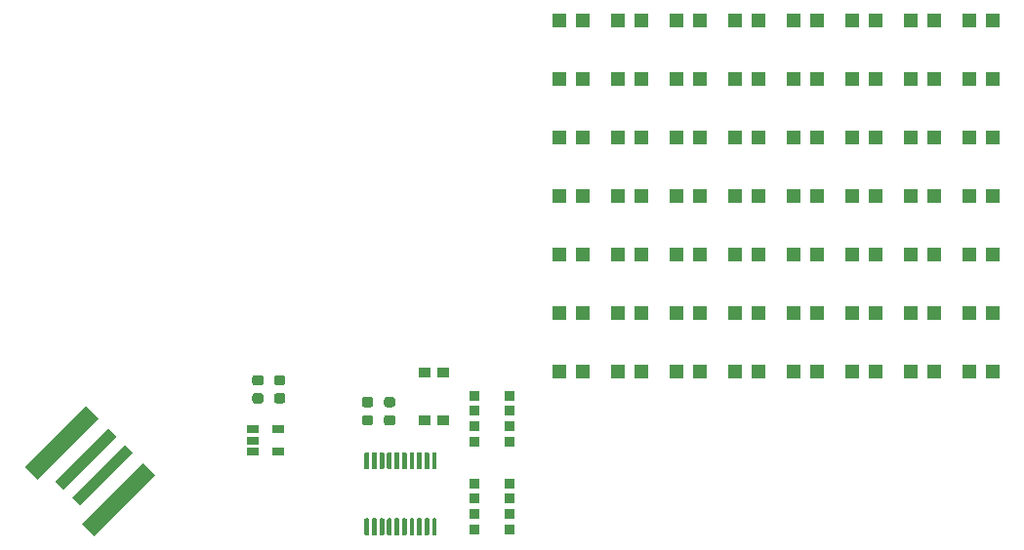
<source format=gbr>
G04 #@! TF.GenerationSoftware,KiCad,Pcbnew,(5.1.5-0-10_14)*
G04 #@! TF.CreationDate,2020-05-08T01:23:42-06:00*
G04 #@! TF.ProjectId,business_card_v1,62757369-6e65-4737-935f-636172645f76,rev?*
G04 #@! TF.SameCoordinates,Original*
G04 #@! TF.FileFunction,Paste,Top*
G04 #@! TF.FilePolarity,Positive*
%FSLAX46Y46*%
G04 Gerber Fmt 4.6, Leading zero omitted, Abs format (unit mm)*
G04 Created by KiCad (PCBNEW (5.1.5-0-10_14)) date 2020-05-08 01:23:42*
%MOMM*%
%LPD*%
G04 APERTURE LIST*
%ADD10C,0.100000*%
%ADD11R,1.000000X0.900000*%
%ADD12R,0.900000X0.900000*%
%ADD13R,1.060000X0.650000*%
%ADD14R,1.200000X1.200000*%
G04 APERTURE END LIST*
D10*
G36*
X107230665Y-123390829D02*
G01*
X106170004Y-122330168D01*
X111473305Y-117026867D01*
X112533966Y-118087528D01*
X107230665Y-123390829D01*
G37*
G36*
X109528761Y-124274711D02*
G01*
X108821655Y-123567605D01*
X113417849Y-118971411D01*
X114124955Y-119678517D01*
X109528761Y-124274711D01*
G37*
G36*
X110942975Y-125688925D02*
G01*
X110235869Y-124981819D01*
X114832063Y-120385625D01*
X115539169Y-121092731D01*
X110942975Y-125688925D01*
G37*
G36*
X112180412Y-128340576D02*
G01*
X111119751Y-127279915D01*
X116423052Y-121976614D01*
X117483713Y-123037275D01*
X112180412Y-128340576D01*
G37*
D11*
X142405000Y-114155000D03*
X140805000Y-114155000D03*
X142405000Y-118255000D03*
X140805000Y-118255000D03*
D10*
G36*
X136167691Y-116251053D02*
G01*
X136188926Y-116254203D01*
X136209750Y-116259419D01*
X136229962Y-116266651D01*
X136249368Y-116275830D01*
X136267781Y-116286866D01*
X136285024Y-116299654D01*
X136300930Y-116314070D01*
X136315346Y-116329976D01*
X136328134Y-116347219D01*
X136339170Y-116365632D01*
X136348349Y-116385038D01*
X136355581Y-116405250D01*
X136360797Y-116426074D01*
X136363947Y-116447309D01*
X136365000Y-116468750D01*
X136365000Y-116906250D01*
X136363947Y-116927691D01*
X136360797Y-116948926D01*
X136355581Y-116969750D01*
X136348349Y-116989962D01*
X136339170Y-117009368D01*
X136328134Y-117027781D01*
X136315346Y-117045024D01*
X136300930Y-117060930D01*
X136285024Y-117075346D01*
X136267781Y-117088134D01*
X136249368Y-117099170D01*
X136229962Y-117108349D01*
X136209750Y-117115581D01*
X136188926Y-117120797D01*
X136167691Y-117123947D01*
X136146250Y-117125000D01*
X135633750Y-117125000D01*
X135612309Y-117123947D01*
X135591074Y-117120797D01*
X135570250Y-117115581D01*
X135550038Y-117108349D01*
X135530632Y-117099170D01*
X135512219Y-117088134D01*
X135494976Y-117075346D01*
X135479070Y-117060930D01*
X135464654Y-117045024D01*
X135451866Y-117027781D01*
X135440830Y-117009368D01*
X135431651Y-116989962D01*
X135424419Y-116969750D01*
X135419203Y-116948926D01*
X135416053Y-116927691D01*
X135415000Y-116906250D01*
X135415000Y-116468750D01*
X135416053Y-116447309D01*
X135419203Y-116426074D01*
X135424419Y-116405250D01*
X135431651Y-116385038D01*
X135440830Y-116365632D01*
X135451866Y-116347219D01*
X135464654Y-116329976D01*
X135479070Y-116314070D01*
X135494976Y-116299654D01*
X135512219Y-116286866D01*
X135530632Y-116275830D01*
X135550038Y-116266651D01*
X135570250Y-116259419D01*
X135591074Y-116254203D01*
X135612309Y-116251053D01*
X135633750Y-116250000D01*
X136146250Y-116250000D01*
X136167691Y-116251053D01*
G37*
G36*
X136167691Y-117826053D02*
G01*
X136188926Y-117829203D01*
X136209750Y-117834419D01*
X136229962Y-117841651D01*
X136249368Y-117850830D01*
X136267781Y-117861866D01*
X136285024Y-117874654D01*
X136300930Y-117889070D01*
X136315346Y-117904976D01*
X136328134Y-117922219D01*
X136339170Y-117940632D01*
X136348349Y-117960038D01*
X136355581Y-117980250D01*
X136360797Y-118001074D01*
X136363947Y-118022309D01*
X136365000Y-118043750D01*
X136365000Y-118481250D01*
X136363947Y-118502691D01*
X136360797Y-118523926D01*
X136355581Y-118544750D01*
X136348349Y-118564962D01*
X136339170Y-118584368D01*
X136328134Y-118602781D01*
X136315346Y-118620024D01*
X136300930Y-118635930D01*
X136285024Y-118650346D01*
X136267781Y-118663134D01*
X136249368Y-118674170D01*
X136229962Y-118683349D01*
X136209750Y-118690581D01*
X136188926Y-118695797D01*
X136167691Y-118698947D01*
X136146250Y-118700000D01*
X135633750Y-118700000D01*
X135612309Y-118698947D01*
X135591074Y-118695797D01*
X135570250Y-118690581D01*
X135550038Y-118683349D01*
X135530632Y-118674170D01*
X135512219Y-118663134D01*
X135494976Y-118650346D01*
X135479070Y-118635930D01*
X135464654Y-118620024D01*
X135451866Y-118602781D01*
X135440830Y-118584368D01*
X135431651Y-118564962D01*
X135424419Y-118544750D01*
X135419203Y-118523926D01*
X135416053Y-118502691D01*
X135415000Y-118481250D01*
X135415000Y-118043750D01*
X135416053Y-118022309D01*
X135419203Y-118001074D01*
X135424419Y-117980250D01*
X135431651Y-117960038D01*
X135440830Y-117940632D01*
X135451866Y-117922219D01*
X135464654Y-117904976D01*
X135479070Y-117889070D01*
X135494976Y-117874654D01*
X135512219Y-117861866D01*
X135530632Y-117850830D01*
X135550038Y-117841651D01*
X135570250Y-117834419D01*
X135591074Y-117829203D01*
X135612309Y-117826053D01*
X135633750Y-117825000D01*
X136146250Y-117825000D01*
X136167691Y-117826053D01*
G37*
D12*
X148185000Y-126390000D03*
X148185000Y-127730000D03*
X148185000Y-123730000D03*
X148185000Y-125070000D03*
X145185000Y-126390000D03*
X145185000Y-125070000D03*
X145185000Y-127730000D03*
X145185000Y-123730000D03*
X148185000Y-118770000D03*
X148185000Y-120110000D03*
X148185000Y-116110000D03*
X148185000Y-117450000D03*
X145185000Y-118770000D03*
X145185000Y-117450000D03*
X145185000Y-120110000D03*
X145185000Y-116110000D03*
D10*
G36*
X138072691Y-116251053D02*
G01*
X138093926Y-116254203D01*
X138114750Y-116259419D01*
X138134962Y-116266651D01*
X138154368Y-116275830D01*
X138172781Y-116286866D01*
X138190024Y-116299654D01*
X138205930Y-116314070D01*
X138220346Y-116329976D01*
X138233134Y-116347219D01*
X138244170Y-116365632D01*
X138253349Y-116385038D01*
X138260581Y-116405250D01*
X138265797Y-116426074D01*
X138268947Y-116447309D01*
X138270000Y-116468750D01*
X138270000Y-116906250D01*
X138268947Y-116927691D01*
X138265797Y-116948926D01*
X138260581Y-116969750D01*
X138253349Y-116989962D01*
X138244170Y-117009368D01*
X138233134Y-117027781D01*
X138220346Y-117045024D01*
X138205930Y-117060930D01*
X138190024Y-117075346D01*
X138172781Y-117088134D01*
X138154368Y-117099170D01*
X138134962Y-117108349D01*
X138114750Y-117115581D01*
X138093926Y-117120797D01*
X138072691Y-117123947D01*
X138051250Y-117125000D01*
X137538750Y-117125000D01*
X137517309Y-117123947D01*
X137496074Y-117120797D01*
X137475250Y-117115581D01*
X137455038Y-117108349D01*
X137435632Y-117099170D01*
X137417219Y-117088134D01*
X137399976Y-117075346D01*
X137384070Y-117060930D01*
X137369654Y-117045024D01*
X137356866Y-117027781D01*
X137345830Y-117009368D01*
X137336651Y-116989962D01*
X137329419Y-116969750D01*
X137324203Y-116948926D01*
X137321053Y-116927691D01*
X137320000Y-116906250D01*
X137320000Y-116468750D01*
X137321053Y-116447309D01*
X137324203Y-116426074D01*
X137329419Y-116405250D01*
X137336651Y-116385038D01*
X137345830Y-116365632D01*
X137356866Y-116347219D01*
X137369654Y-116329976D01*
X137384070Y-116314070D01*
X137399976Y-116299654D01*
X137417219Y-116286866D01*
X137435632Y-116275830D01*
X137455038Y-116266651D01*
X137475250Y-116259419D01*
X137496074Y-116254203D01*
X137517309Y-116251053D01*
X137538750Y-116250000D01*
X138051250Y-116250000D01*
X138072691Y-116251053D01*
G37*
G36*
X138072691Y-117826053D02*
G01*
X138093926Y-117829203D01*
X138114750Y-117834419D01*
X138134962Y-117841651D01*
X138154368Y-117850830D01*
X138172781Y-117861866D01*
X138190024Y-117874654D01*
X138205930Y-117889070D01*
X138220346Y-117904976D01*
X138233134Y-117922219D01*
X138244170Y-117940632D01*
X138253349Y-117960038D01*
X138260581Y-117980250D01*
X138265797Y-118001074D01*
X138268947Y-118022309D01*
X138270000Y-118043750D01*
X138270000Y-118481250D01*
X138268947Y-118502691D01*
X138265797Y-118523926D01*
X138260581Y-118544750D01*
X138253349Y-118564962D01*
X138244170Y-118584368D01*
X138233134Y-118602781D01*
X138220346Y-118620024D01*
X138205930Y-118635930D01*
X138190024Y-118650346D01*
X138172781Y-118663134D01*
X138154368Y-118674170D01*
X138134962Y-118683349D01*
X138114750Y-118690581D01*
X138093926Y-118695797D01*
X138072691Y-118698947D01*
X138051250Y-118700000D01*
X137538750Y-118700000D01*
X137517309Y-118698947D01*
X137496074Y-118695797D01*
X137475250Y-118690581D01*
X137455038Y-118683349D01*
X137435632Y-118674170D01*
X137417219Y-118663134D01*
X137399976Y-118650346D01*
X137384070Y-118635930D01*
X137369654Y-118620024D01*
X137356866Y-118602781D01*
X137345830Y-118584368D01*
X137336651Y-118564962D01*
X137329419Y-118544750D01*
X137324203Y-118523926D01*
X137321053Y-118502691D01*
X137320000Y-118481250D01*
X137320000Y-118043750D01*
X137321053Y-118022309D01*
X137324203Y-118001074D01*
X137329419Y-117980250D01*
X137336651Y-117960038D01*
X137345830Y-117940632D01*
X137356866Y-117922219D01*
X137369654Y-117904976D01*
X137384070Y-117889070D01*
X137399976Y-117874654D01*
X137417219Y-117861866D01*
X137435632Y-117850830D01*
X137455038Y-117841651D01*
X137475250Y-117834419D01*
X137496074Y-117829203D01*
X137517309Y-117826053D01*
X137538750Y-117825000D01*
X138051250Y-117825000D01*
X138072691Y-117826053D01*
G37*
G36*
X128547691Y-114346053D02*
G01*
X128568926Y-114349203D01*
X128589750Y-114354419D01*
X128609962Y-114361651D01*
X128629368Y-114370830D01*
X128647781Y-114381866D01*
X128665024Y-114394654D01*
X128680930Y-114409070D01*
X128695346Y-114424976D01*
X128708134Y-114442219D01*
X128719170Y-114460632D01*
X128728349Y-114480038D01*
X128735581Y-114500250D01*
X128740797Y-114521074D01*
X128743947Y-114542309D01*
X128745000Y-114563750D01*
X128745000Y-115001250D01*
X128743947Y-115022691D01*
X128740797Y-115043926D01*
X128735581Y-115064750D01*
X128728349Y-115084962D01*
X128719170Y-115104368D01*
X128708134Y-115122781D01*
X128695346Y-115140024D01*
X128680930Y-115155930D01*
X128665024Y-115170346D01*
X128647781Y-115183134D01*
X128629368Y-115194170D01*
X128609962Y-115203349D01*
X128589750Y-115210581D01*
X128568926Y-115215797D01*
X128547691Y-115218947D01*
X128526250Y-115220000D01*
X128013750Y-115220000D01*
X127992309Y-115218947D01*
X127971074Y-115215797D01*
X127950250Y-115210581D01*
X127930038Y-115203349D01*
X127910632Y-115194170D01*
X127892219Y-115183134D01*
X127874976Y-115170346D01*
X127859070Y-115155930D01*
X127844654Y-115140024D01*
X127831866Y-115122781D01*
X127820830Y-115104368D01*
X127811651Y-115084962D01*
X127804419Y-115064750D01*
X127799203Y-115043926D01*
X127796053Y-115022691D01*
X127795000Y-115001250D01*
X127795000Y-114563750D01*
X127796053Y-114542309D01*
X127799203Y-114521074D01*
X127804419Y-114500250D01*
X127811651Y-114480038D01*
X127820830Y-114460632D01*
X127831866Y-114442219D01*
X127844654Y-114424976D01*
X127859070Y-114409070D01*
X127874976Y-114394654D01*
X127892219Y-114381866D01*
X127910632Y-114370830D01*
X127930038Y-114361651D01*
X127950250Y-114354419D01*
X127971074Y-114349203D01*
X127992309Y-114346053D01*
X128013750Y-114345000D01*
X128526250Y-114345000D01*
X128547691Y-114346053D01*
G37*
G36*
X128547691Y-115921053D02*
G01*
X128568926Y-115924203D01*
X128589750Y-115929419D01*
X128609962Y-115936651D01*
X128629368Y-115945830D01*
X128647781Y-115956866D01*
X128665024Y-115969654D01*
X128680930Y-115984070D01*
X128695346Y-115999976D01*
X128708134Y-116017219D01*
X128719170Y-116035632D01*
X128728349Y-116055038D01*
X128735581Y-116075250D01*
X128740797Y-116096074D01*
X128743947Y-116117309D01*
X128745000Y-116138750D01*
X128745000Y-116576250D01*
X128743947Y-116597691D01*
X128740797Y-116618926D01*
X128735581Y-116639750D01*
X128728349Y-116659962D01*
X128719170Y-116679368D01*
X128708134Y-116697781D01*
X128695346Y-116715024D01*
X128680930Y-116730930D01*
X128665024Y-116745346D01*
X128647781Y-116758134D01*
X128629368Y-116769170D01*
X128609962Y-116778349D01*
X128589750Y-116785581D01*
X128568926Y-116790797D01*
X128547691Y-116793947D01*
X128526250Y-116795000D01*
X128013750Y-116795000D01*
X127992309Y-116793947D01*
X127971074Y-116790797D01*
X127950250Y-116785581D01*
X127930038Y-116778349D01*
X127910632Y-116769170D01*
X127892219Y-116758134D01*
X127874976Y-116745346D01*
X127859070Y-116730930D01*
X127844654Y-116715024D01*
X127831866Y-116697781D01*
X127820830Y-116679368D01*
X127811651Y-116659962D01*
X127804419Y-116639750D01*
X127799203Y-116618926D01*
X127796053Y-116597691D01*
X127795000Y-116576250D01*
X127795000Y-116138750D01*
X127796053Y-116117309D01*
X127799203Y-116096074D01*
X127804419Y-116075250D01*
X127811651Y-116055038D01*
X127820830Y-116035632D01*
X127831866Y-116017219D01*
X127844654Y-115999976D01*
X127859070Y-115984070D01*
X127874976Y-115969654D01*
X127892219Y-115956866D01*
X127910632Y-115945830D01*
X127930038Y-115936651D01*
X127950250Y-115929419D01*
X127971074Y-115924203D01*
X127992309Y-115921053D01*
X128013750Y-115920000D01*
X128526250Y-115920000D01*
X128547691Y-115921053D01*
G37*
G36*
X126642691Y-115921053D02*
G01*
X126663926Y-115924203D01*
X126684750Y-115929419D01*
X126704962Y-115936651D01*
X126724368Y-115945830D01*
X126742781Y-115956866D01*
X126760024Y-115969654D01*
X126775930Y-115984070D01*
X126790346Y-115999976D01*
X126803134Y-116017219D01*
X126814170Y-116035632D01*
X126823349Y-116055038D01*
X126830581Y-116075250D01*
X126835797Y-116096074D01*
X126838947Y-116117309D01*
X126840000Y-116138750D01*
X126840000Y-116576250D01*
X126838947Y-116597691D01*
X126835797Y-116618926D01*
X126830581Y-116639750D01*
X126823349Y-116659962D01*
X126814170Y-116679368D01*
X126803134Y-116697781D01*
X126790346Y-116715024D01*
X126775930Y-116730930D01*
X126760024Y-116745346D01*
X126742781Y-116758134D01*
X126724368Y-116769170D01*
X126704962Y-116778349D01*
X126684750Y-116785581D01*
X126663926Y-116790797D01*
X126642691Y-116793947D01*
X126621250Y-116795000D01*
X126108750Y-116795000D01*
X126087309Y-116793947D01*
X126066074Y-116790797D01*
X126045250Y-116785581D01*
X126025038Y-116778349D01*
X126005632Y-116769170D01*
X125987219Y-116758134D01*
X125969976Y-116745346D01*
X125954070Y-116730930D01*
X125939654Y-116715024D01*
X125926866Y-116697781D01*
X125915830Y-116679368D01*
X125906651Y-116659962D01*
X125899419Y-116639750D01*
X125894203Y-116618926D01*
X125891053Y-116597691D01*
X125890000Y-116576250D01*
X125890000Y-116138750D01*
X125891053Y-116117309D01*
X125894203Y-116096074D01*
X125899419Y-116075250D01*
X125906651Y-116055038D01*
X125915830Y-116035632D01*
X125926866Y-116017219D01*
X125939654Y-115999976D01*
X125954070Y-115984070D01*
X125969976Y-115969654D01*
X125987219Y-115956866D01*
X126005632Y-115945830D01*
X126025038Y-115936651D01*
X126045250Y-115929419D01*
X126066074Y-115924203D01*
X126087309Y-115921053D01*
X126108750Y-115920000D01*
X126621250Y-115920000D01*
X126642691Y-115921053D01*
G37*
G36*
X126642691Y-114346053D02*
G01*
X126663926Y-114349203D01*
X126684750Y-114354419D01*
X126704962Y-114361651D01*
X126724368Y-114370830D01*
X126742781Y-114381866D01*
X126760024Y-114394654D01*
X126775930Y-114409070D01*
X126790346Y-114424976D01*
X126803134Y-114442219D01*
X126814170Y-114460632D01*
X126823349Y-114480038D01*
X126830581Y-114500250D01*
X126835797Y-114521074D01*
X126838947Y-114542309D01*
X126840000Y-114563750D01*
X126840000Y-115001250D01*
X126838947Y-115022691D01*
X126835797Y-115043926D01*
X126830581Y-115064750D01*
X126823349Y-115084962D01*
X126814170Y-115104368D01*
X126803134Y-115122781D01*
X126790346Y-115140024D01*
X126775930Y-115155930D01*
X126760024Y-115170346D01*
X126742781Y-115183134D01*
X126724368Y-115194170D01*
X126704962Y-115203349D01*
X126684750Y-115210581D01*
X126663926Y-115215797D01*
X126642691Y-115218947D01*
X126621250Y-115220000D01*
X126108750Y-115220000D01*
X126087309Y-115218947D01*
X126066074Y-115215797D01*
X126045250Y-115210581D01*
X126025038Y-115203349D01*
X126005632Y-115194170D01*
X125987219Y-115183134D01*
X125969976Y-115170346D01*
X125954070Y-115155930D01*
X125939654Y-115140024D01*
X125926866Y-115122781D01*
X125915830Y-115104368D01*
X125906651Y-115084962D01*
X125899419Y-115064750D01*
X125894203Y-115043926D01*
X125891053Y-115022691D01*
X125890000Y-115001250D01*
X125890000Y-114563750D01*
X125891053Y-114542309D01*
X125894203Y-114521074D01*
X125899419Y-114500250D01*
X125906651Y-114480038D01*
X125915830Y-114460632D01*
X125926866Y-114442219D01*
X125939654Y-114424976D01*
X125954070Y-114409070D01*
X125969976Y-114394654D01*
X125987219Y-114381866D01*
X126005632Y-114370830D01*
X126025038Y-114361651D01*
X126045250Y-114354419D01*
X126066074Y-114349203D01*
X126087309Y-114346053D01*
X126108750Y-114345000D01*
X126621250Y-114345000D01*
X126642691Y-114346053D01*
G37*
G36*
X141782302Y-126775982D02*
G01*
X141792009Y-126777421D01*
X141801528Y-126779806D01*
X141810768Y-126783112D01*
X141819640Y-126787308D01*
X141828057Y-126792353D01*
X141835939Y-126798199D01*
X141843211Y-126804789D01*
X141849801Y-126812061D01*
X141855647Y-126819943D01*
X141860692Y-126828360D01*
X141864888Y-126837232D01*
X141868194Y-126846472D01*
X141870579Y-126855991D01*
X141872018Y-126865698D01*
X141872500Y-126875500D01*
X141872500Y-128150500D01*
X141872018Y-128160302D01*
X141870579Y-128170009D01*
X141868194Y-128179528D01*
X141864888Y-128188768D01*
X141860692Y-128197640D01*
X141855647Y-128206057D01*
X141849801Y-128213939D01*
X141843211Y-128221211D01*
X141835939Y-128227801D01*
X141828057Y-128233647D01*
X141819640Y-128238692D01*
X141810768Y-128242888D01*
X141801528Y-128246194D01*
X141792009Y-128248579D01*
X141782302Y-128250018D01*
X141772500Y-128250500D01*
X141572500Y-128250500D01*
X141562698Y-128250018D01*
X141552991Y-128248579D01*
X141543472Y-128246194D01*
X141534232Y-128242888D01*
X141525360Y-128238692D01*
X141516943Y-128233647D01*
X141509061Y-128227801D01*
X141501789Y-128221211D01*
X141495199Y-128213939D01*
X141489353Y-128206057D01*
X141484308Y-128197640D01*
X141480112Y-128188768D01*
X141476806Y-128179528D01*
X141474421Y-128170009D01*
X141472982Y-128160302D01*
X141472500Y-128150500D01*
X141472500Y-126875500D01*
X141472982Y-126865698D01*
X141474421Y-126855991D01*
X141476806Y-126846472D01*
X141480112Y-126837232D01*
X141484308Y-126828360D01*
X141489353Y-126819943D01*
X141495199Y-126812061D01*
X141501789Y-126804789D01*
X141509061Y-126798199D01*
X141516943Y-126792353D01*
X141525360Y-126787308D01*
X141534232Y-126783112D01*
X141543472Y-126779806D01*
X141552991Y-126777421D01*
X141562698Y-126775982D01*
X141572500Y-126775500D01*
X141772500Y-126775500D01*
X141782302Y-126775982D01*
G37*
G36*
X141132302Y-126775982D02*
G01*
X141142009Y-126777421D01*
X141151528Y-126779806D01*
X141160768Y-126783112D01*
X141169640Y-126787308D01*
X141178057Y-126792353D01*
X141185939Y-126798199D01*
X141193211Y-126804789D01*
X141199801Y-126812061D01*
X141205647Y-126819943D01*
X141210692Y-126828360D01*
X141214888Y-126837232D01*
X141218194Y-126846472D01*
X141220579Y-126855991D01*
X141222018Y-126865698D01*
X141222500Y-126875500D01*
X141222500Y-128150500D01*
X141222018Y-128160302D01*
X141220579Y-128170009D01*
X141218194Y-128179528D01*
X141214888Y-128188768D01*
X141210692Y-128197640D01*
X141205647Y-128206057D01*
X141199801Y-128213939D01*
X141193211Y-128221211D01*
X141185939Y-128227801D01*
X141178057Y-128233647D01*
X141169640Y-128238692D01*
X141160768Y-128242888D01*
X141151528Y-128246194D01*
X141142009Y-128248579D01*
X141132302Y-128250018D01*
X141122500Y-128250500D01*
X140922500Y-128250500D01*
X140912698Y-128250018D01*
X140902991Y-128248579D01*
X140893472Y-128246194D01*
X140884232Y-128242888D01*
X140875360Y-128238692D01*
X140866943Y-128233647D01*
X140859061Y-128227801D01*
X140851789Y-128221211D01*
X140845199Y-128213939D01*
X140839353Y-128206057D01*
X140834308Y-128197640D01*
X140830112Y-128188768D01*
X140826806Y-128179528D01*
X140824421Y-128170009D01*
X140822982Y-128160302D01*
X140822500Y-128150500D01*
X140822500Y-126875500D01*
X140822982Y-126865698D01*
X140824421Y-126855991D01*
X140826806Y-126846472D01*
X140830112Y-126837232D01*
X140834308Y-126828360D01*
X140839353Y-126819943D01*
X140845199Y-126812061D01*
X140851789Y-126804789D01*
X140859061Y-126798199D01*
X140866943Y-126792353D01*
X140875360Y-126787308D01*
X140884232Y-126783112D01*
X140893472Y-126779806D01*
X140902991Y-126777421D01*
X140912698Y-126775982D01*
X140922500Y-126775500D01*
X141122500Y-126775500D01*
X141132302Y-126775982D01*
G37*
G36*
X140482302Y-126775982D02*
G01*
X140492009Y-126777421D01*
X140501528Y-126779806D01*
X140510768Y-126783112D01*
X140519640Y-126787308D01*
X140528057Y-126792353D01*
X140535939Y-126798199D01*
X140543211Y-126804789D01*
X140549801Y-126812061D01*
X140555647Y-126819943D01*
X140560692Y-126828360D01*
X140564888Y-126837232D01*
X140568194Y-126846472D01*
X140570579Y-126855991D01*
X140572018Y-126865698D01*
X140572500Y-126875500D01*
X140572500Y-128150500D01*
X140572018Y-128160302D01*
X140570579Y-128170009D01*
X140568194Y-128179528D01*
X140564888Y-128188768D01*
X140560692Y-128197640D01*
X140555647Y-128206057D01*
X140549801Y-128213939D01*
X140543211Y-128221211D01*
X140535939Y-128227801D01*
X140528057Y-128233647D01*
X140519640Y-128238692D01*
X140510768Y-128242888D01*
X140501528Y-128246194D01*
X140492009Y-128248579D01*
X140482302Y-128250018D01*
X140472500Y-128250500D01*
X140272500Y-128250500D01*
X140262698Y-128250018D01*
X140252991Y-128248579D01*
X140243472Y-128246194D01*
X140234232Y-128242888D01*
X140225360Y-128238692D01*
X140216943Y-128233647D01*
X140209061Y-128227801D01*
X140201789Y-128221211D01*
X140195199Y-128213939D01*
X140189353Y-128206057D01*
X140184308Y-128197640D01*
X140180112Y-128188768D01*
X140176806Y-128179528D01*
X140174421Y-128170009D01*
X140172982Y-128160302D01*
X140172500Y-128150500D01*
X140172500Y-126875500D01*
X140172982Y-126865698D01*
X140174421Y-126855991D01*
X140176806Y-126846472D01*
X140180112Y-126837232D01*
X140184308Y-126828360D01*
X140189353Y-126819943D01*
X140195199Y-126812061D01*
X140201789Y-126804789D01*
X140209061Y-126798199D01*
X140216943Y-126792353D01*
X140225360Y-126787308D01*
X140234232Y-126783112D01*
X140243472Y-126779806D01*
X140252991Y-126777421D01*
X140262698Y-126775982D01*
X140272500Y-126775500D01*
X140472500Y-126775500D01*
X140482302Y-126775982D01*
G37*
G36*
X139832302Y-126775982D02*
G01*
X139842009Y-126777421D01*
X139851528Y-126779806D01*
X139860768Y-126783112D01*
X139869640Y-126787308D01*
X139878057Y-126792353D01*
X139885939Y-126798199D01*
X139893211Y-126804789D01*
X139899801Y-126812061D01*
X139905647Y-126819943D01*
X139910692Y-126828360D01*
X139914888Y-126837232D01*
X139918194Y-126846472D01*
X139920579Y-126855991D01*
X139922018Y-126865698D01*
X139922500Y-126875500D01*
X139922500Y-128150500D01*
X139922018Y-128160302D01*
X139920579Y-128170009D01*
X139918194Y-128179528D01*
X139914888Y-128188768D01*
X139910692Y-128197640D01*
X139905647Y-128206057D01*
X139899801Y-128213939D01*
X139893211Y-128221211D01*
X139885939Y-128227801D01*
X139878057Y-128233647D01*
X139869640Y-128238692D01*
X139860768Y-128242888D01*
X139851528Y-128246194D01*
X139842009Y-128248579D01*
X139832302Y-128250018D01*
X139822500Y-128250500D01*
X139622500Y-128250500D01*
X139612698Y-128250018D01*
X139602991Y-128248579D01*
X139593472Y-128246194D01*
X139584232Y-128242888D01*
X139575360Y-128238692D01*
X139566943Y-128233647D01*
X139559061Y-128227801D01*
X139551789Y-128221211D01*
X139545199Y-128213939D01*
X139539353Y-128206057D01*
X139534308Y-128197640D01*
X139530112Y-128188768D01*
X139526806Y-128179528D01*
X139524421Y-128170009D01*
X139522982Y-128160302D01*
X139522500Y-128150500D01*
X139522500Y-126875500D01*
X139522982Y-126865698D01*
X139524421Y-126855991D01*
X139526806Y-126846472D01*
X139530112Y-126837232D01*
X139534308Y-126828360D01*
X139539353Y-126819943D01*
X139545199Y-126812061D01*
X139551789Y-126804789D01*
X139559061Y-126798199D01*
X139566943Y-126792353D01*
X139575360Y-126787308D01*
X139584232Y-126783112D01*
X139593472Y-126779806D01*
X139602991Y-126777421D01*
X139612698Y-126775982D01*
X139622500Y-126775500D01*
X139822500Y-126775500D01*
X139832302Y-126775982D01*
G37*
G36*
X139182302Y-126775982D02*
G01*
X139192009Y-126777421D01*
X139201528Y-126779806D01*
X139210768Y-126783112D01*
X139219640Y-126787308D01*
X139228057Y-126792353D01*
X139235939Y-126798199D01*
X139243211Y-126804789D01*
X139249801Y-126812061D01*
X139255647Y-126819943D01*
X139260692Y-126828360D01*
X139264888Y-126837232D01*
X139268194Y-126846472D01*
X139270579Y-126855991D01*
X139272018Y-126865698D01*
X139272500Y-126875500D01*
X139272500Y-128150500D01*
X139272018Y-128160302D01*
X139270579Y-128170009D01*
X139268194Y-128179528D01*
X139264888Y-128188768D01*
X139260692Y-128197640D01*
X139255647Y-128206057D01*
X139249801Y-128213939D01*
X139243211Y-128221211D01*
X139235939Y-128227801D01*
X139228057Y-128233647D01*
X139219640Y-128238692D01*
X139210768Y-128242888D01*
X139201528Y-128246194D01*
X139192009Y-128248579D01*
X139182302Y-128250018D01*
X139172500Y-128250500D01*
X138972500Y-128250500D01*
X138962698Y-128250018D01*
X138952991Y-128248579D01*
X138943472Y-128246194D01*
X138934232Y-128242888D01*
X138925360Y-128238692D01*
X138916943Y-128233647D01*
X138909061Y-128227801D01*
X138901789Y-128221211D01*
X138895199Y-128213939D01*
X138889353Y-128206057D01*
X138884308Y-128197640D01*
X138880112Y-128188768D01*
X138876806Y-128179528D01*
X138874421Y-128170009D01*
X138872982Y-128160302D01*
X138872500Y-128150500D01*
X138872500Y-126875500D01*
X138872982Y-126865698D01*
X138874421Y-126855991D01*
X138876806Y-126846472D01*
X138880112Y-126837232D01*
X138884308Y-126828360D01*
X138889353Y-126819943D01*
X138895199Y-126812061D01*
X138901789Y-126804789D01*
X138909061Y-126798199D01*
X138916943Y-126792353D01*
X138925360Y-126787308D01*
X138934232Y-126783112D01*
X138943472Y-126779806D01*
X138952991Y-126777421D01*
X138962698Y-126775982D01*
X138972500Y-126775500D01*
X139172500Y-126775500D01*
X139182302Y-126775982D01*
G37*
G36*
X138532302Y-126775982D02*
G01*
X138542009Y-126777421D01*
X138551528Y-126779806D01*
X138560768Y-126783112D01*
X138569640Y-126787308D01*
X138578057Y-126792353D01*
X138585939Y-126798199D01*
X138593211Y-126804789D01*
X138599801Y-126812061D01*
X138605647Y-126819943D01*
X138610692Y-126828360D01*
X138614888Y-126837232D01*
X138618194Y-126846472D01*
X138620579Y-126855991D01*
X138622018Y-126865698D01*
X138622500Y-126875500D01*
X138622500Y-128150500D01*
X138622018Y-128160302D01*
X138620579Y-128170009D01*
X138618194Y-128179528D01*
X138614888Y-128188768D01*
X138610692Y-128197640D01*
X138605647Y-128206057D01*
X138599801Y-128213939D01*
X138593211Y-128221211D01*
X138585939Y-128227801D01*
X138578057Y-128233647D01*
X138569640Y-128238692D01*
X138560768Y-128242888D01*
X138551528Y-128246194D01*
X138542009Y-128248579D01*
X138532302Y-128250018D01*
X138522500Y-128250500D01*
X138322500Y-128250500D01*
X138312698Y-128250018D01*
X138302991Y-128248579D01*
X138293472Y-128246194D01*
X138284232Y-128242888D01*
X138275360Y-128238692D01*
X138266943Y-128233647D01*
X138259061Y-128227801D01*
X138251789Y-128221211D01*
X138245199Y-128213939D01*
X138239353Y-128206057D01*
X138234308Y-128197640D01*
X138230112Y-128188768D01*
X138226806Y-128179528D01*
X138224421Y-128170009D01*
X138222982Y-128160302D01*
X138222500Y-128150500D01*
X138222500Y-126875500D01*
X138222982Y-126865698D01*
X138224421Y-126855991D01*
X138226806Y-126846472D01*
X138230112Y-126837232D01*
X138234308Y-126828360D01*
X138239353Y-126819943D01*
X138245199Y-126812061D01*
X138251789Y-126804789D01*
X138259061Y-126798199D01*
X138266943Y-126792353D01*
X138275360Y-126787308D01*
X138284232Y-126783112D01*
X138293472Y-126779806D01*
X138302991Y-126777421D01*
X138312698Y-126775982D01*
X138322500Y-126775500D01*
X138522500Y-126775500D01*
X138532302Y-126775982D01*
G37*
G36*
X137882302Y-126775982D02*
G01*
X137892009Y-126777421D01*
X137901528Y-126779806D01*
X137910768Y-126783112D01*
X137919640Y-126787308D01*
X137928057Y-126792353D01*
X137935939Y-126798199D01*
X137943211Y-126804789D01*
X137949801Y-126812061D01*
X137955647Y-126819943D01*
X137960692Y-126828360D01*
X137964888Y-126837232D01*
X137968194Y-126846472D01*
X137970579Y-126855991D01*
X137972018Y-126865698D01*
X137972500Y-126875500D01*
X137972500Y-128150500D01*
X137972018Y-128160302D01*
X137970579Y-128170009D01*
X137968194Y-128179528D01*
X137964888Y-128188768D01*
X137960692Y-128197640D01*
X137955647Y-128206057D01*
X137949801Y-128213939D01*
X137943211Y-128221211D01*
X137935939Y-128227801D01*
X137928057Y-128233647D01*
X137919640Y-128238692D01*
X137910768Y-128242888D01*
X137901528Y-128246194D01*
X137892009Y-128248579D01*
X137882302Y-128250018D01*
X137872500Y-128250500D01*
X137672500Y-128250500D01*
X137662698Y-128250018D01*
X137652991Y-128248579D01*
X137643472Y-128246194D01*
X137634232Y-128242888D01*
X137625360Y-128238692D01*
X137616943Y-128233647D01*
X137609061Y-128227801D01*
X137601789Y-128221211D01*
X137595199Y-128213939D01*
X137589353Y-128206057D01*
X137584308Y-128197640D01*
X137580112Y-128188768D01*
X137576806Y-128179528D01*
X137574421Y-128170009D01*
X137572982Y-128160302D01*
X137572500Y-128150500D01*
X137572500Y-126875500D01*
X137572982Y-126865698D01*
X137574421Y-126855991D01*
X137576806Y-126846472D01*
X137580112Y-126837232D01*
X137584308Y-126828360D01*
X137589353Y-126819943D01*
X137595199Y-126812061D01*
X137601789Y-126804789D01*
X137609061Y-126798199D01*
X137616943Y-126792353D01*
X137625360Y-126787308D01*
X137634232Y-126783112D01*
X137643472Y-126779806D01*
X137652991Y-126777421D01*
X137662698Y-126775982D01*
X137672500Y-126775500D01*
X137872500Y-126775500D01*
X137882302Y-126775982D01*
G37*
G36*
X137232302Y-126775982D02*
G01*
X137242009Y-126777421D01*
X137251528Y-126779806D01*
X137260768Y-126783112D01*
X137269640Y-126787308D01*
X137278057Y-126792353D01*
X137285939Y-126798199D01*
X137293211Y-126804789D01*
X137299801Y-126812061D01*
X137305647Y-126819943D01*
X137310692Y-126828360D01*
X137314888Y-126837232D01*
X137318194Y-126846472D01*
X137320579Y-126855991D01*
X137322018Y-126865698D01*
X137322500Y-126875500D01*
X137322500Y-128150500D01*
X137322018Y-128160302D01*
X137320579Y-128170009D01*
X137318194Y-128179528D01*
X137314888Y-128188768D01*
X137310692Y-128197640D01*
X137305647Y-128206057D01*
X137299801Y-128213939D01*
X137293211Y-128221211D01*
X137285939Y-128227801D01*
X137278057Y-128233647D01*
X137269640Y-128238692D01*
X137260768Y-128242888D01*
X137251528Y-128246194D01*
X137242009Y-128248579D01*
X137232302Y-128250018D01*
X137222500Y-128250500D01*
X137022500Y-128250500D01*
X137012698Y-128250018D01*
X137002991Y-128248579D01*
X136993472Y-128246194D01*
X136984232Y-128242888D01*
X136975360Y-128238692D01*
X136966943Y-128233647D01*
X136959061Y-128227801D01*
X136951789Y-128221211D01*
X136945199Y-128213939D01*
X136939353Y-128206057D01*
X136934308Y-128197640D01*
X136930112Y-128188768D01*
X136926806Y-128179528D01*
X136924421Y-128170009D01*
X136922982Y-128160302D01*
X136922500Y-128150500D01*
X136922500Y-126875500D01*
X136922982Y-126865698D01*
X136924421Y-126855991D01*
X136926806Y-126846472D01*
X136930112Y-126837232D01*
X136934308Y-126828360D01*
X136939353Y-126819943D01*
X136945199Y-126812061D01*
X136951789Y-126804789D01*
X136959061Y-126798199D01*
X136966943Y-126792353D01*
X136975360Y-126787308D01*
X136984232Y-126783112D01*
X136993472Y-126779806D01*
X137002991Y-126777421D01*
X137012698Y-126775982D01*
X137022500Y-126775500D01*
X137222500Y-126775500D01*
X137232302Y-126775982D01*
G37*
G36*
X136582302Y-126775982D02*
G01*
X136592009Y-126777421D01*
X136601528Y-126779806D01*
X136610768Y-126783112D01*
X136619640Y-126787308D01*
X136628057Y-126792353D01*
X136635939Y-126798199D01*
X136643211Y-126804789D01*
X136649801Y-126812061D01*
X136655647Y-126819943D01*
X136660692Y-126828360D01*
X136664888Y-126837232D01*
X136668194Y-126846472D01*
X136670579Y-126855991D01*
X136672018Y-126865698D01*
X136672500Y-126875500D01*
X136672500Y-128150500D01*
X136672018Y-128160302D01*
X136670579Y-128170009D01*
X136668194Y-128179528D01*
X136664888Y-128188768D01*
X136660692Y-128197640D01*
X136655647Y-128206057D01*
X136649801Y-128213939D01*
X136643211Y-128221211D01*
X136635939Y-128227801D01*
X136628057Y-128233647D01*
X136619640Y-128238692D01*
X136610768Y-128242888D01*
X136601528Y-128246194D01*
X136592009Y-128248579D01*
X136582302Y-128250018D01*
X136572500Y-128250500D01*
X136372500Y-128250500D01*
X136362698Y-128250018D01*
X136352991Y-128248579D01*
X136343472Y-128246194D01*
X136334232Y-128242888D01*
X136325360Y-128238692D01*
X136316943Y-128233647D01*
X136309061Y-128227801D01*
X136301789Y-128221211D01*
X136295199Y-128213939D01*
X136289353Y-128206057D01*
X136284308Y-128197640D01*
X136280112Y-128188768D01*
X136276806Y-128179528D01*
X136274421Y-128170009D01*
X136272982Y-128160302D01*
X136272500Y-128150500D01*
X136272500Y-126875500D01*
X136272982Y-126865698D01*
X136274421Y-126855991D01*
X136276806Y-126846472D01*
X136280112Y-126837232D01*
X136284308Y-126828360D01*
X136289353Y-126819943D01*
X136295199Y-126812061D01*
X136301789Y-126804789D01*
X136309061Y-126798199D01*
X136316943Y-126792353D01*
X136325360Y-126787308D01*
X136334232Y-126783112D01*
X136343472Y-126779806D01*
X136352991Y-126777421D01*
X136362698Y-126775982D01*
X136372500Y-126775500D01*
X136572500Y-126775500D01*
X136582302Y-126775982D01*
G37*
G36*
X135932302Y-126775982D02*
G01*
X135942009Y-126777421D01*
X135951528Y-126779806D01*
X135960768Y-126783112D01*
X135969640Y-126787308D01*
X135978057Y-126792353D01*
X135985939Y-126798199D01*
X135993211Y-126804789D01*
X135999801Y-126812061D01*
X136005647Y-126819943D01*
X136010692Y-126828360D01*
X136014888Y-126837232D01*
X136018194Y-126846472D01*
X136020579Y-126855991D01*
X136022018Y-126865698D01*
X136022500Y-126875500D01*
X136022500Y-128150500D01*
X136022018Y-128160302D01*
X136020579Y-128170009D01*
X136018194Y-128179528D01*
X136014888Y-128188768D01*
X136010692Y-128197640D01*
X136005647Y-128206057D01*
X135999801Y-128213939D01*
X135993211Y-128221211D01*
X135985939Y-128227801D01*
X135978057Y-128233647D01*
X135969640Y-128238692D01*
X135960768Y-128242888D01*
X135951528Y-128246194D01*
X135942009Y-128248579D01*
X135932302Y-128250018D01*
X135922500Y-128250500D01*
X135722500Y-128250500D01*
X135712698Y-128250018D01*
X135702991Y-128248579D01*
X135693472Y-128246194D01*
X135684232Y-128242888D01*
X135675360Y-128238692D01*
X135666943Y-128233647D01*
X135659061Y-128227801D01*
X135651789Y-128221211D01*
X135645199Y-128213939D01*
X135639353Y-128206057D01*
X135634308Y-128197640D01*
X135630112Y-128188768D01*
X135626806Y-128179528D01*
X135624421Y-128170009D01*
X135622982Y-128160302D01*
X135622500Y-128150500D01*
X135622500Y-126875500D01*
X135622982Y-126865698D01*
X135624421Y-126855991D01*
X135626806Y-126846472D01*
X135630112Y-126837232D01*
X135634308Y-126828360D01*
X135639353Y-126819943D01*
X135645199Y-126812061D01*
X135651789Y-126804789D01*
X135659061Y-126798199D01*
X135666943Y-126792353D01*
X135675360Y-126787308D01*
X135684232Y-126783112D01*
X135693472Y-126779806D01*
X135702991Y-126777421D01*
X135712698Y-126775982D01*
X135722500Y-126775500D01*
X135922500Y-126775500D01*
X135932302Y-126775982D01*
G37*
G36*
X135932302Y-121050982D02*
G01*
X135942009Y-121052421D01*
X135951528Y-121054806D01*
X135960768Y-121058112D01*
X135969640Y-121062308D01*
X135978057Y-121067353D01*
X135985939Y-121073199D01*
X135993211Y-121079789D01*
X135999801Y-121087061D01*
X136005647Y-121094943D01*
X136010692Y-121103360D01*
X136014888Y-121112232D01*
X136018194Y-121121472D01*
X136020579Y-121130991D01*
X136022018Y-121140698D01*
X136022500Y-121150500D01*
X136022500Y-122425500D01*
X136022018Y-122435302D01*
X136020579Y-122445009D01*
X136018194Y-122454528D01*
X136014888Y-122463768D01*
X136010692Y-122472640D01*
X136005647Y-122481057D01*
X135999801Y-122488939D01*
X135993211Y-122496211D01*
X135985939Y-122502801D01*
X135978057Y-122508647D01*
X135969640Y-122513692D01*
X135960768Y-122517888D01*
X135951528Y-122521194D01*
X135942009Y-122523579D01*
X135932302Y-122525018D01*
X135922500Y-122525500D01*
X135722500Y-122525500D01*
X135712698Y-122525018D01*
X135702991Y-122523579D01*
X135693472Y-122521194D01*
X135684232Y-122517888D01*
X135675360Y-122513692D01*
X135666943Y-122508647D01*
X135659061Y-122502801D01*
X135651789Y-122496211D01*
X135645199Y-122488939D01*
X135639353Y-122481057D01*
X135634308Y-122472640D01*
X135630112Y-122463768D01*
X135626806Y-122454528D01*
X135624421Y-122445009D01*
X135622982Y-122435302D01*
X135622500Y-122425500D01*
X135622500Y-121150500D01*
X135622982Y-121140698D01*
X135624421Y-121130991D01*
X135626806Y-121121472D01*
X135630112Y-121112232D01*
X135634308Y-121103360D01*
X135639353Y-121094943D01*
X135645199Y-121087061D01*
X135651789Y-121079789D01*
X135659061Y-121073199D01*
X135666943Y-121067353D01*
X135675360Y-121062308D01*
X135684232Y-121058112D01*
X135693472Y-121054806D01*
X135702991Y-121052421D01*
X135712698Y-121050982D01*
X135722500Y-121050500D01*
X135922500Y-121050500D01*
X135932302Y-121050982D01*
G37*
G36*
X136582302Y-121050982D02*
G01*
X136592009Y-121052421D01*
X136601528Y-121054806D01*
X136610768Y-121058112D01*
X136619640Y-121062308D01*
X136628057Y-121067353D01*
X136635939Y-121073199D01*
X136643211Y-121079789D01*
X136649801Y-121087061D01*
X136655647Y-121094943D01*
X136660692Y-121103360D01*
X136664888Y-121112232D01*
X136668194Y-121121472D01*
X136670579Y-121130991D01*
X136672018Y-121140698D01*
X136672500Y-121150500D01*
X136672500Y-122425500D01*
X136672018Y-122435302D01*
X136670579Y-122445009D01*
X136668194Y-122454528D01*
X136664888Y-122463768D01*
X136660692Y-122472640D01*
X136655647Y-122481057D01*
X136649801Y-122488939D01*
X136643211Y-122496211D01*
X136635939Y-122502801D01*
X136628057Y-122508647D01*
X136619640Y-122513692D01*
X136610768Y-122517888D01*
X136601528Y-122521194D01*
X136592009Y-122523579D01*
X136582302Y-122525018D01*
X136572500Y-122525500D01*
X136372500Y-122525500D01*
X136362698Y-122525018D01*
X136352991Y-122523579D01*
X136343472Y-122521194D01*
X136334232Y-122517888D01*
X136325360Y-122513692D01*
X136316943Y-122508647D01*
X136309061Y-122502801D01*
X136301789Y-122496211D01*
X136295199Y-122488939D01*
X136289353Y-122481057D01*
X136284308Y-122472640D01*
X136280112Y-122463768D01*
X136276806Y-122454528D01*
X136274421Y-122445009D01*
X136272982Y-122435302D01*
X136272500Y-122425500D01*
X136272500Y-121150500D01*
X136272982Y-121140698D01*
X136274421Y-121130991D01*
X136276806Y-121121472D01*
X136280112Y-121112232D01*
X136284308Y-121103360D01*
X136289353Y-121094943D01*
X136295199Y-121087061D01*
X136301789Y-121079789D01*
X136309061Y-121073199D01*
X136316943Y-121067353D01*
X136325360Y-121062308D01*
X136334232Y-121058112D01*
X136343472Y-121054806D01*
X136352991Y-121052421D01*
X136362698Y-121050982D01*
X136372500Y-121050500D01*
X136572500Y-121050500D01*
X136582302Y-121050982D01*
G37*
G36*
X137232302Y-121050982D02*
G01*
X137242009Y-121052421D01*
X137251528Y-121054806D01*
X137260768Y-121058112D01*
X137269640Y-121062308D01*
X137278057Y-121067353D01*
X137285939Y-121073199D01*
X137293211Y-121079789D01*
X137299801Y-121087061D01*
X137305647Y-121094943D01*
X137310692Y-121103360D01*
X137314888Y-121112232D01*
X137318194Y-121121472D01*
X137320579Y-121130991D01*
X137322018Y-121140698D01*
X137322500Y-121150500D01*
X137322500Y-122425500D01*
X137322018Y-122435302D01*
X137320579Y-122445009D01*
X137318194Y-122454528D01*
X137314888Y-122463768D01*
X137310692Y-122472640D01*
X137305647Y-122481057D01*
X137299801Y-122488939D01*
X137293211Y-122496211D01*
X137285939Y-122502801D01*
X137278057Y-122508647D01*
X137269640Y-122513692D01*
X137260768Y-122517888D01*
X137251528Y-122521194D01*
X137242009Y-122523579D01*
X137232302Y-122525018D01*
X137222500Y-122525500D01*
X137022500Y-122525500D01*
X137012698Y-122525018D01*
X137002991Y-122523579D01*
X136993472Y-122521194D01*
X136984232Y-122517888D01*
X136975360Y-122513692D01*
X136966943Y-122508647D01*
X136959061Y-122502801D01*
X136951789Y-122496211D01*
X136945199Y-122488939D01*
X136939353Y-122481057D01*
X136934308Y-122472640D01*
X136930112Y-122463768D01*
X136926806Y-122454528D01*
X136924421Y-122445009D01*
X136922982Y-122435302D01*
X136922500Y-122425500D01*
X136922500Y-121150500D01*
X136922982Y-121140698D01*
X136924421Y-121130991D01*
X136926806Y-121121472D01*
X136930112Y-121112232D01*
X136934308Y-121103360D01*
X136939353Y-121094943D01*
X136945199Y-121087061D01*
X136951789Y-121079789D01*
X136959061Y-121073199D01*
X136966943Y-121067353D01*
X136975360Y-121062308D01*
X136984232Y-121058112D01*
X136993472Y-121054806D01*
X137002991Y-121052421D01*
X137012698Y-121050982D01*
X137022500Y-121050500D01*
X137222500Y-121050500D01*
X137232302Y-121050982D01*
G37*
G36*
X137882302Y-121050982D02*
G01*
X137892009Y-121052421D01*
X137901528Y-121054806D01*
X137910768Y-121058112D01*
X137919640Y-121062308D01*
X137928057Y-121067353D01*
X137935939Y-121073199D01*
X137943211Y-121079789D01*
X137949801Y-121087061D01*
X137955647Y-121094943D01*
X137960692Y-121103360D01*
X137964888Y-121112232D01*
X137968194Y-121121472D01*
X137970579Y-121130991D01*
X137972018Y-121140698D01*
X137972500Y-121150500D01*
X137972500Y-122425500D01*
X137972018Y-122435302D01*
X137970579Y-122445009D01*
X137968194Y-122454528D01*
X137964888Y-122463768D01*
X137960692Y-122472640D01*
X137955647Y-122481057D01*
X137949801Y-122488939D01*
X137943211Y-122496211D01*
X137935939Y-122502801D01*
X137928057Y-122508647D01*
X137919640Y-122513692D01*
X137910768Y-122517888D01*
X137901528Y-122521194D01*
X137892009Y-122523579D01*
X137882302Y-122525018D01*
X137872500Y-122525500D01*
X137672500Y-122525500D01*
X137662698Y-122525018D01*
X137652991Y-122523579D01*
X137643472Y-122521194D01*
X137634232Y-122517888D01*
X137625360Y-122513692D01*
X137616943Y-122508647D01*
X137609061Y-122502801D01*
X137601789Y-122496211D01*
X137595199Y-122488939D01*
X137589353Y-122481057D01*
X137584308Y-122472640D01*
X137580112Y-122463768D01*
X137576806Y-122454528D01*
X137574421Y-122445009D01*
X137572982Y-122435302D01*
X137572500Y-122425500D01*
X137572500Y-121150500D01*
X137572982Y-121140698D01*
X137574421Y-121130991D01*
X137576806Y-121121472D01*
X137580112Y-121112232D01*
X137584308Y-121103360D01*
X137589353Y-121094943D01*
X137595199Y-121087061D01*
X137601789Y-121079789D01*
X137609061Y-121073199D01*
X137616943Y-121067353D01*
X137625360Y-121062308D01*
X137634232Y-121058112D01*
X137643472Y-121054806D01*
X137652991Y-121052421D01*
X137662698Y-121050982D01*
X137672500Y-121050500D01*
X137872500Y-121050500D01*
X137882302Y-121050982D01*
G37*
G36*
X138532302Y-121050982D02*
G01*
X138542009Y-121052421D01*
X138551528Y-121054806D01*
X138560768Y-121058112D01*
X138569640Y-121062308D01*
X138578057Y-121067353D01*
X138585939Y-121073199D01*
X138593211Y-121079789D01*
X138599801Y-121087061D01*
X138605647Y-121094943D01*
X138610692Y-121103360D01*
X138614888Y-121112232D01*
X138618194Y-121121472D01*
X138620579Y-121130991D01*
X138622018Y-121140698D01*
X138622500Y-121150500D01*
X138622500Y-122425500D01*
X138622018Y-122435302D01*
X138620579Y-122445009D01*
X138618194Y-122454528D01*
X138614888Y-122463768D01*
X138610692Y-122472640D01*
X138605647Y-122481057D01*
X138599801Y-122488939D01*
X138593211Y-122496211D01*
X138585939Y-122502801D01*
X138578057Y-122508647D01*
X138569640Y-122513692D01*
X138560768Y-122517888D01*
X138551528Y-122521194D01*
X138542009Y-122523579D01*
X138532302Y-122525018D01*
X138522500Y-122525500D01*
X138322500Y-122525500D01*
X138312698Y-122525018D01*
X138302991Y-122523579D01*
X138293472Y-122521194D01*
X138284232Y-122517888D01*
X138275360Y-122513692D01*
X138266943Y-122508647D01*
X138259061Y-122502801D01*
X138251789Y-122496211D01*
X138245199Y-122488939D01*
X138239353Y-122481057D01*
X138234308Y-122472640D01*
X138230112Y-122463768D01*
X138226806Y-122454528D01*
X138224421Y-122445009D01*
X138222982Y-122435302D01*
X138222500Y-122425500D01*
X138222500Y-121150500D01*
X138222982Y-121140698D01*
X138224421Y-121130991D01*
X138226806Y-121121472D01*
X138230112Y-121112232D01*
X138234308Y-121103360D01*
X138239353Y-121094943D01*
X138245199Y-121087061D01*
X138251789Y-121079789D01*
X138259061Y-121073199D01*
X138266943Y-121067353D01*
X138275360Y-121062308D01*
X138284232Y-121058112D01*
X138293472Y-121054806D01*
X138302991Y-121052421D01*
X138312698Y-121050982D01*
X138322500Y-121050500D01*
X138522500Y-121050500D01*
X138532302Y-121050982D01*
G37*
G36*
X139182302Y-121050982D02*
G01*
X139192009Y-121052421D01*
X139201528Y-121054806D01*
X139210768Y-121058112D01*
X139219640Y-121062308D01*
X139228057Y-121067353D01*
X139235939Y-121073199D01*
X139243211Y-121079789D01*
X139249801Y-121087061D01*
X139255647Y-121094943D01*
X139260692Y-121103360D01*
X139264888Y-121112232D01*
X139268194Y-121121472D01*
X139270579Y-121130991D01*
X139272018Y-121140698D01*
X139272500Y-121150500D01*
X139272500Y-122425500D01*
X139272018Y-122435302D01*
X139270579Y-122445009D01*
X139268194Y-122454528D01*
X139264888Y-122463768D01*
X139260692Y-122472640D01*
X139255647Y-122481057D01*
X139249801Y-122488939D01*
X139243211Y-122496211D01*
X139235939Y-122502801D01*
X139228057Y-122508647D01*
X139219640Y-122513692D01*
X139210768Y-122517888D01*
X139201528Y-122521194D01*
X139192009Y-122523579D01*
X139182302Y-122525018D01*
X139172500Y-122525500D01*
X138972500Y-122525500D01*
X138962698Y-122525018D01*
X138952991Y-122523579D01*
X138943472Y-122521194D01*
X138934232Y-122517888D01*
X138925360Y-122513692D01*
X138916943Y-122508647D01*
X138909061Y-122502801D01*
X138901789Y-122496211D01*
X138895199Y-122488939D01*
X138889353Y-122481057D01*
X138884308Y-122472640D01*
X138880112Y-122463768D01*
X138876806Y-122454528D01*
X138874421Y-122445009D01*
X138872982Y-122435302D01*
X138872500Y-122425500D01*
X138872500Y-121150500D01*
X138872982Y-121140698D01*
X138874421Y-121130991D01*
X138876806Y-121121472D01*
X138880112Y-121112232D01*
X138884308Y-121103360D01*
X138889353Y-121094943D01*
X138895199Y-121087061D01*
X138901789Y-121079789D01*
X138909061Y-121073199D01*
X138916943Y-121067353D01*
X138925360Y-121062308D01*
X138934232Y-121058112D01*
X138943472Y-121054806D01*
X138952991Y-121052421D01*
X138962698Y-121050982D01*
X138972500Y-121050500D01*
X139172500Y-121050500D01*
X139182302Y-121050982D01*
G37*
G36*
X139832302Y-121050982D02*
G01*
X139842009Y-121052421D01*
X139851528Y-121054806D01*
X139860768Y-121058112D01*
X139869640Y-121062308D01*
X139878057Y-121067353D01*
X139885939Y-121073199D01*
X139893211Y-121079789D01*
X139899801Y-121087061D01*
X139905647Y-121094943D01*
X139910692Y-121103360D01*
X139914888Y-121112232D01*
X139918194Y-121121472D01*
X139920579Y-121130991D01*
X139922018Y-121140698D01*
X139922500Y-121150500D01*
X139922500Y-122425500D01*
X139922018Y-122435302D01*
X139920579Y-122445009D01*
X139918194Y-122454528D01*
X139914888Y-122463768D01*
X139910692Y-122472640D01*
X139905647Y-122481057D01*
X139899801Y-122488939D01*
X139893211Y-122496211D01*
X139885939Y-122502801D01*
X139878057Y-122508647D01*
X139869640Y-122513692D01*
X139860768Y-122517888D01*
X139851528Y-122521194D01*
X139842009Y-122523579D01*
X139832302Y-122525018D01*
X139822500Y-122525500D01*
X139622500Y-122525500D01*
X139612698Y-122525018D01*
X139602991Y-122523579D01*
X139593472Y-122521194D01*
X139584232Y-122517888D01*
X139575360Y-122513692D01*
X139566943Y-122508647D01*
X139559061Y-122502801D01*
X139551789Y-122496211D01*
X139545199Y-122488939D01*
X139539353Y-122481057D01*
X139534308Y-122472640D01*
X139530112Y-122463768D01*
X139526806Y-122454528D01*
X139524421Y-122445009D01*
X139522982Y-122435302D01*
X139522500Y-122425500D01*
X139522500Y-121150500D01*
X139522982Y-121140698D01*
X139524421Y-121130991D01*
X139526806Y-121121472D01*
X139530112Y-121112232D01*
X139534308Y-121103360D01*
X139539353Y-121094943D01*
X139545199Y-121087061D01*
X139551789Y-121079789D01*
X139559061Y-121073199D01*
X139566943Y-121067353D01*
X139575360Y-121062308D01*
X139584232Y-121058112D01*
X139593472Y-121054806D01*
X139602991Y-121052421D01*
X139612698Y-121050982D01*
X139622500Y-121050500D01*
X139822500Y-121050500D01*
X139832302Y-121050982D01*
G37*
G36*
X140482302Y-121050982D02*
G01*
X140492009Y-121052421D01*
X140501528Y-121054806D01*
X140510768Y-121058112D01*
X140519640Y-121062308D01*
X140528057Y-121067353D01*
X140535939Y-121073199D01*
X140543211Y-121079789D01*
X140549801Y-121087061D01*
X140555647Y-121094943D01*
X140560692Y-121103360D01*
X140564888Y-121112232D01*
X140568194Y-121121472D01*
X140570579Y-121130991D01*
X140572018Y-121140698D01*
X140572500Y-121150500D01*
X140572500Y-122425500D01*
X140572018Y-122435302D01*
X140570579Y-122445009D01*
X140568194Y-122454528D01*
X140564888Y-122463768D01*
X140560692Y-122472640D01*
X140555647Y-122481057D01*
X140549801Y-122488939D01*
X140543211Y-122496211D01*
X140535939Y-122502801D01*
X140528057Y-122508647D01*
X140519640Y-122513692D01*
X140510768Y-122517888D01*
X140501528Y-122521194D01*
X140492009Y-122523579D01*
X140482302Y-122525018D01*
X140472500Y-122525500D01*
X140272500Y-122525500D01*
X140262698Y-122525018D01*
X140252991Y-122523579D01*
X140243472Y-122521194D01*
X140234232Y-122517888D01*
X140225360Y-122513692D01*
X140216943Y-122508647D01*
X140209061Y-122502801D01*
X140201789Y-122496211D01*
X140195199Y-122488939D01*
X140189353Y-122481057D01*
X140184308Y-122472640D01*
X140180112Y-122463768D01*
X140176806Y-122454528D01*
X140174421Y-122445009D01*
X140172982Y-122435302D01*
X140172500Y-122425500D01*
X140172500Y-121150500D01*
X140172982Y-121140698D01*
X140174421Y-121130991D01*
X140176806Y-121121472D01*
X140180112Y-121112232D01*
X140184308Y-121103360D01*
X140189353Y-121094943D01*
X140195199Y-121087061D01*
X140201789Y-121079789D01*
X140209061Y-121073199D01*
X140216943Y-121067353D01*
X140225360Y-121062308D01*
X140234232Y-121058112D01*
X140243472Y-121054806D01*
X140252991Y-121052421D01*
X140262698Y-121050982D01*
X140272500Y-121050500D01*
X140472500Y-121050500D01*
X140482302Y-121050982D01*
G37*
G36*
X141132302Y-121050982D02*
G01*
X141142009Y-121052421D01*
X141151528Y-121054806D01*
X141160768Y-121058112D01*
X141169640Y-121062308D01*
X141178057Y-121067353D01*
X141185939Y-121073199D01*
X141193211Y-121079789D01*
X141199801Y-121087061D01*
X141205647Y-121094943D01*
X141210692Y-121103360D01*
X141214888Y-121112232D01*
X141218194Y-121121472D01*
X141220579Y-121130991D01*
X141222018Y-121140698D01*
X141222500Y-121150500D01*
X141222500Y-122425500D01*
X141222018Y-122435302D01*
X141220579Y-122445009D01*
X141218194Y-122454528D01*
X141214888Y-122463768D01*
X141210692Y-122472640D01*
X141205647Y-122481057D01*
X141199801Y-122488939D01*
X141193211Y-122496211D01*
X141185939Y-122502801D01*
X141178057Y-122508647D01*
X141169640Y-122513692D01*
X141160768Y-122517888D01*
X141151528Y-122521194D01*
X141142009Y-122523579D01*
X141132302Y-122525018D01*
X141122500Y-122525500D01*
X140922500Y-122525500D01*
X140912698Y-122525018D01*
X140902991Y-122523579D01*
X140893472Y-122521194D01*
X140884232Y-122517888D01*
X140875360Y-122513692D01*
X140866943Y-122508647D01*
X140859061Y-122502801D01*
X140851789Y-122496211D01*
X140845199Y-122488939D01*
X140839353Y-122481057D01*
X140834308Y-122472640D01*
X140830112Y-122463768D01*
X140826806Y-122454528D01*
X140824421Y-122445009D01*
X140822982Y-122435302D01*
X140822500Y-122425500D01*
X140822500Y-121150500D01*
X140822982Y-121140698D01*
X140824421Y-121130991D01*
X140826806Y-121121472D01*
X140830112Y-121112232D01*
X140834308Y-121103360D01*
X140839353Y-121094943D01*
X140845199Y-121087061D01*
X140851789Y-121079789D01*
X140859061Y-121073199D01*
X140866943Y-121067353D01*
X140875360Y-121062308D01*
X140884232Y-121058112D01*
X140893472Y-121054806D01*
X140902991Y-121052421D01*
X140912698Y-121050982D01*
X140922500Y-121050500D01*
X141122500Y-121050500D01*
X141132302Y-121050982D01*
G37*
G36*
X141782302Y-121050982D02*
G01*
X141792009Y-121052421D01*
X141801528Y-121054806D01*
X141810768Y-121058112D01*
X141819640Y-121062308D01*
X141828057Y-121067353D01*
X141835939Y-121073199D01*
X141843211Y-121079789D01*
X141849801Y-121087061D01*
X141855647Y-121094943D01*
X141860692Y-121103360D01*
X141864888Y-121112232D01*
X141868194Y-121121472D01*
X141870579Y-121130991D01*
X141872018Y-121140698D01*
X141872500Y-121150500D01*
X141872500Y-122425500D01*
X141872018Y-122435302D01*
X141870579Y-122445009D01*
X141868194Y-122454528D01*
X141864888Y-122463768D01*
X141860692Y-122472640D01*
X141855647Y-122481057D01*
X141849801Y-122488939D01*
X141843211Y-122496211D01*
X141835939Y-122502801D01*
X141828057Y-122508647D01*
X141819640Y-122513692D01*
X141810768Y-122517888D01*
X141801528Y-122521194D01*
X141792009Y-122523579D01*
X141782302Y-122525018D01*
X141772500Y-122525500D01*
X141572500Y-122525500D01*
X141562698Y-122525018D01*
X141552991Y-122523579D01*
X141543472Y-122521194D01*
X141534232Y-122517888D01*
X141525360Y-122513692D01*
X141516943Y-122508647D01*
X141509061Y-122502801D01*
X141501789Y-122496211D01*
X141495199Y-122488939D01*
X141489353Y-122481057D01*
X141484308Y-122472640D01*
X141480112Y-122463768D01*
X141476806Y-122454528D01*
X141474421Y-122445009D01*
X141472982Y-122435302D01*
X141472500Y-122425500D01*
X141472500Y-121150500D01*
X141472982Y-121140698D01*
X141474421Y-121130991D01*
X141476806Y-121121472D01*
X141480112Y-121112232D01*
X141484308Y-121103360D01*
X141489353Y-121094943D01*
X141495199Y-121087061D01*
X141501789Y-121079789D01*
X141509061Y-121073199D01*
X141516943Y-121067353D01*
X141525360Y-121062308D01*
X141534232Y-121058112D01*
X141543472Y-121054806D01*
X141552991Y-121052421D01*
X141562698Y-121050982D01*
X141572500Y-121050500D01*
X141772500Y-121050500D01*
X141782302Y-121050982D01*
G37*
D13*
X128100000Y-119065000D03*
X128100000Y-120965000D03*
X125900000Y-120965000D03*
X125900000Y-120015000D03*
X125900000Y-119065000D03*
D14*
X157561100Y-88593600D03*
X159661100Y-88593600D03*
X162641100Y-88593600D03*
X164741100Y-88593600D03*
X167721100Y-88593600D03*
X169821100Y-88593600D03*
X172801100Y-88593600D03*
X174901100Y-88593600D03*
X177881100Y-88593600D03*
X179981100Y-88593600D03*
X182961100Y-88593600D03*
X185061100Y-88593600D03*
X188041100Y-88593600D03*
X190141100Y-88593600D03*
X152481100Y-93673600D03*
X154581100Y-93673600D03*
X157561100Y-93673600D03*
X159661100Y-93673600D03*
X162641100Y-93673600D03*
X164741100Y-93673600D03*
X157561100Y-83513600D03*
X159661100Y-83513600D03*
X167721100Y-93673600D03*
X169821100Y-93673600D03*
X172801100Y-93673600D03*
X174901100Y-93673600D03*
X177881100Y-93673600D03*
X179981100Y-93673600D03*
X182961100Y-93673600D03*
X185061100Y-93673600D03*
X188041100Y-93673600D03*
X190141100Y-93673600D03*
X152481100Y-98753600D03*
X154581100Y-98753600D03*
X157561100Y-98753600D03*
X159661100Y-98753600D03*
X162641100Y-98753600D03*
X164741100Y-98753600D03*
X167721100Y-98753600D03*
X169821100Y-98753600D03*
X172801100Y-98753600D03*
X174901100Y-98753600D03*
X162641100Y-83513600D03*
X164741100Y-83513600D03*
X177881100Y-98753600D03*
X179981100Y-98753600D03*
X182961100Y-98753600D03*
X185061100Y-98753600D03*
X188041100Y-98753600D03*
X190141100Y-98753600D03*
X152481100Y-103833600D03*
X154581100Y-103833600D03*
X157561100Y-103833600D03*
X159661100Y-103833600D03*
X162641100Y-103833600D03*
X164741100Y-103833600D03*
X167721100Y-103833600D03*
X169821100Y-103833600D03*
X172801100Y-103833600D03*
X174901100Y-103833600D03*
X177881100Y-103833600D03*
X179981100Y-103833600D03*
X182961100Y-103833600D03*
X185061100Y-103833600D03*
X167721100Y-83513600D03*
X169821100Y-83513600D03*
X188041100Y-103833600D03*
X190141100Y-103833600D03*
X152481100Y-108913600D03*
X154581100Y-108913600D03*
X157561100Y-108913600D03*
X159661100Y-108913600D03*
X162641100Y-108913600D03*
X164741100Y-108913600D03*
X167721100Y-108913600D03*
X169821100Y-108913600D03*
X172801100Y-108913600D03*
X174901100Y-108913600D03*
X177881100Y-108913600D03*
X179981100Y-108913600D03*
X182961100Y-108913600D03*
X185061100Y-108913600D03*
X188041100Y-108913600D03*
X190141100Y-108913600D03*
X152481100Y-113993600D03*
X154581100Y-113993600D03*
X172801100Y-83513600D03*
X174901100Y-83513600D03*
X157561100Y-113993600D03*
X159661100Y-113993600D03*
X162641100Y-113993600D03*
X164741100Y-113993600D03*
X167721100Y-113993600D03*
X169821100Y-113993600D03*
X172801100Y-113993600D03*
X174901100Y-113993600D03*
X177881100Y-113993600D03*
X179981100Y-113993600D03*
X182961100Y-113993600D03*
X185061100Y-113993600D03*
X188041100Y-113993600D03*
X190141100Y-113993600D03*
X177881100Y-83513600D03*
X179981100Y-83513600D03*
X182961100Y-83513600D03*
X185061100Y-83513600D03*
X188041100Y-83513600D03*
X190141100Y-83513600D03*
X152481100Y-88593600D03*
X154581100Y-88593600D03*
X152481100Y-83513600D03*
X154581100Y-83513600D03*
M02*

</source>
